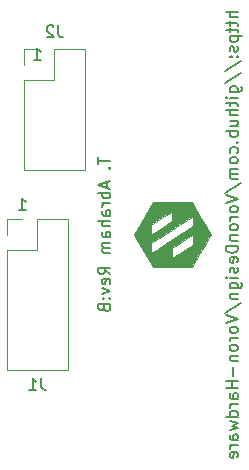
<source format=gbr>
G04 #@! TF.GenerationSoftware,KiCad,Pcbnew,(6.0.0)*
G04 #@! TF.CreationDate,2022-04-24T11:32:36-04:00*
G04 #@! TF.ProjectId,SKR-Mini_Screen,534b522d-4d69-46e6-995f-53637265656e,rev?*
G04 #@! TF.SameCoordinates,Original*
G04 #@! TF.FileFunction,Legend,Bot*
G04 #@! TF.FilePolarity,Positive*
%FSLAX46Y46*%
G04 Gerber Fmt 4.6, Leading zero omitted, Abs format (unit mm)*
G04 Created by KiCad (PCBNEW (6.0.0)) date 2022-04-24 11:32:36*
%MOMM*%
%LPD*%
G01*
G04 APERTURE LIST*
%ADD10C,0.150000*%
%ADD11C,0.200000*%
%ADD12C,0.120000*%
%ADD13C,0.010000*%
G04 APERTURE END LIST*
D10*
X126714285Y-91892380D02*
X127285714Y-91892380D01*
X127000000Y-91892380D02*
X127000000Y-90892380D01*
X127095238Y-91035238D01*
X127190476Y-91130476D01*
X127285714Y-91178095D01*
D11*
X143962380Y-87846666D02*
X142962380Y-87846666D01*
X143962380Y-88275238D02*
X143438571Y-88275238D01*
X143343333Y-88227619D01*
X143295714Y-88132380D01*
X143295714Y-87989523D01*
X143343333Y-87894285D01*
X143390952Y-87846666D01*
X143295714Y-88608571D02*
X143295714Y-88989523D01*
X142962380Y-88751428D02*
X143819523Y-88751428D01*
X143914761Y-88799047D01*
X143962380Y-88894285D01*
X143962380Y-88989523D01*
X143295714Y-89180000D02*
X143295714Y-89560952D01*
X142962380Y-89322857D02*
X143819523Y-89322857D01*
X143914761Y-89370476D01*
X143962380Y-89465714D01*
X143962380Y-89560952D01*
X143295714Y-89894285D02*
X144295714Y-89894285D01*
X143343333Y-89894285D02*
X143295714Y-89989523D01*
X143295714Y-90180000D01*
X143343333Y-90275238D01*
X143390952Y-90322857D01*
X143486190Y-90370476D01*
X143771904Y-90370476D01*
X143867142Y-90322857D01*
X143914761Y-90275238D01*
X143962380Y-90180000D01*
X143962380Y-89989523D01*
X143914761Y-89894285D01*
X143914761Y-90751428D02*
X143962380Y-90846666D01*
X143962380Y-91037142D01*
X143914761Y-91132380D01*
X143819523Y-91180000D01*
X143771904Y-91180000D01*
X143676666Y-91132380D01*
X143629047Y-91037142D01*
X143629047Y-90894285D01*
X143581428Y-90799047D01*
X143486190Y-90751428D01*
X143438571Y-90751428D01*
X143343333Y-90799047D01*
X143295714Y-90894285D01*
X143295714Y-91037142D01*
X143343333Y-91132380D01*
X143867142Y-91608571D02*
X143914761Y-91656190D01*
X143962380Y-91608571D01*
X143914761Y-91560952D01*
X143867142Y-91608571D01*
X143962380Y-91608571D01*
X143343333Y-91608571D02*
X143390952Y-91656190D01*
X143438571Y-91608571D01*
X143390952Y-91560952D01*
X143343333Y-91608571D01*
X143438571Y-91608571D01*
X142914761Y-92799047D02*
X144200476Y-91941904D01*
X142914761Y-93846666D02*
X144200476Y-92989523D01*
X143295714Y-94608571D02*
X144105238Y-94608571D01*
X144200476Y-94560952D01*
X144248095Y-94513333D01*
X144295714Y-94418095D01*
X144295714Y-94275238D01*
X144248095Y-94180000D01*
X143914761Y-94608571D02*
X143962380Y-94513333D01*
X143962380Y-94322857D01*
X143914761Y-94227619D01*
X143867142Y-94180000D01*
X143771904Y-94132380D01*
X143486190Y-94132380D01*
X143390952Y-94180000D01*
X143343333Y-94227619D01*
X143295714Y-94322857D01*
X143295714Y-94513333D01*
X143343333Y-94608571D01*
X143962380Y-95084761D02*
X143295714Y-95084761D01*
X142962380Y-95084761D02*
X143010000Y-95037142D01*
X143057619Y-95084761D01*
X143010000Y-95132380D01*
X142962380Y-95084761D01*
X143057619Y-95084761D01*
X143295714Y-95418095D02*
X143295714Y-95799047D01*
X142962380Y-95560952D02*
X143819523Y-95560952D01*
X143914761Y-95608571D01*
X143962380Y-95703809D01*
X143962380Y-95799047D01*
X143962380Y-96132380D02*
X142962380Y-96132380D01*
X143962380Y-96560952D02*
X143438571Y-96560952D01*
X143343333Y-96513333D01*
X143295714Y-96418095D01*
X143295714Y-96275238D01*
X143343333Y-96180000D01*
X143390952Y-96132380D01*
X143295714Y-97465714D02*
X143962380Y-97465714D01*
X143295714Y-97037142D02*
X143819523Y-97037142D01*
X143914761Y-97084761D01*
X143962380Y-97180000D01*
X143962380Y-97322857D01*
X143914761Y-97418095D01*
X143867142Y-97465714D01*
X143962380Y-97941904D02*
X142962380Y-97941904D01*
X143343333Y-97941904D02*
X143295714Y-98037142D01*
X143295714Y-98227619D01*
X143343333Y-98322857D01*
X143390952Y-98370476D01*
X143486190Y-98418095D01*
X143771904Y-98418095D01*
X143867142Y-98370476D01*
X143914761Y-98322857D01*
X143962380Y-98227619D01*
X143962380Y-98037142D01*
X143914761Y-97941904D01*
X143867142Y-98846666D02*
X143914761Y-98894285D01*
X143962380Y-98846666D01*
X143914761Y-98799047D01*
X143867142Y-98846666D01*
X143962380Y-98846666D01*
X143914761Y-99751428D02*
X143962380Y-99656190D01*
X143962380Y-99465714D01*
X143914761Y-99370476D01*
X143867142Y-99322857D01*
X143771904Y-99275238D01*
X143486190Y-99275238D01*
X143390952Y-99322857D01*
X143343333Y-99370476D01*
X143295714Y-99465714D01*
X143295714Y-99656190D01*
X143343333Y-99751428D01*
X143962380Y-100322857D02*
X143914761Y-100227619D01*
X143867142Y-100180000D01*
X143771904Y-100132380D01*
X143486190Y-100132380D01*
X143390952Y-100180000D01*
X143343333Y-100227619D01*
X143295714Y-100322857D01*
X143295714Y-100465714D01*
X143343333Y-100560952D01*
X143390952Y-100608571D01*
X143486190Y-100656190D01*
X143771904Y-100656190D01*
X143867142Y-100608571D01*
X143914761Y-100560952D01*
X143962380Y-100465714D01*
X143962380Y-100322857D01*
X143962380Y-101084761D02*
X143295714Y-101084761D01*
X143390952Y-101084761D02*
X143343333Y-101132380D01*
X143295714Y-101227619D01*
X143295714Y-101370476D01*
X143343333Y-101465714D01*
X143438571Y-101513333D01*
X143962380Y-101513333D01*
X143438571Y-101513333D02*
X143343333Y-101560952D01*
X143295714Y-101656190D01*
X143295714Y-101799047D01*
X143343333Y-101894285D01*
X143438571Y-101941904D01*
X143962380Y-101941904D01*
X142914761Y-103132380D02*
X144200476Y-102275238D01*
X142962380Y-103322857D02*
X143962380Y-103656190D01*
X142962380Y-103989523D01*
X143962380Y-104465714D02*
X143914761Y-104370476D01*
X143867142Y-104322857D01*
X143771904Y-104275238D01*
X143486190Y-104275238D01*
X143390952Y-104322857D01*
X143343333Y-104370476D01*
X143295714Y-104465714D01*
X143295714Y-104608571D01*
X143343333Y-104703809D01*
X143390952Y-104751428D01*
X143486190Y-104799047D01*
X143771904Y-104799047D01*
X143867142Y-104751428D01*
X143914761Y-104703809D01*
X143962380Y-104608571D01*
X143962380Y-104465714D01*
X143962380Y-105227619D02*
X143295714Y-105227619D01*
X143486190Y-105227619D02*
X143390952Y-105275238D01*
X143343333Y-105322857D01*
X143295714Y-105418095D01*
X143295714Y-105513333D01*
X143962380Y-105989523D02*
X143914761Y-105894285D01*
X143867142Y-105846666D01*
X143771904Y-105799047D01*
X143486190Y-105799047D01*
X143390952Y-105846666D01*
X143343333Y-105894285D01*
X143295714Y-105989523D01*
X143295714Y-106132380D01*
X143343333Y-106227619D01*
X143390952Y-106275238D01*
X143486190Y-106322857D01*
X143771904Y-106322857D01*
X143867142Y-106275238D01*
X143914761Y-106227619D01*
X143962380Y-106132380D01*
X143962380Y-105989523D01*
X143295714Y-106751428D02*
X143962380Y-106751428D01*
X143390952Y-106751428D02*
X143343333Y-106799047D01*
X143295714Y-106894285D01*
X143295714Y-107037142D01*
X143343333Y-107132380D01*
X143438571Y-107180000D01*
X143962380Y-107180000D01*
X143962380Y-107656190D02*
X142962380Y-107656190D01*
X142962380Y-107894285D01*
X143010000Y-108037142D01*
X143105238Y-108132380D01*
X143200476Y-108180000D01*
X143390952Y-108227619D01*
X143533809Y-108227619D01*
X143724285Y-108180000D01*
X143819523Y-108132380D01*
X143914761Y-108037142D01*
X143962380Y-107894285D01*
X143962380Y-107656190D01*
X143914761Y-109037142D02*
X143962380Y-108941904D01*
X143962380Y-108751428D01*
X143914761Y-108656190D01*
X143819523Y-108608571D01*
X143438571Y-108608571D01*
X143343333Y-108656190D01*
X143295714Y-108751428D01*
X143295714Y-108941904D01*
X143343333Y-109037142D01*
X143438571Y-109084761D01*
X143533809Y-109084761D01*
X143629047Y-108608571D01*
X143914761Y-109465714D02*
X143962380Y-109560952D01*
X143962380Y-109751428D01*
X143914761Y-109846666D01*
X143819523Y-109894285D01*
X143771904Y-109894285D01*
X143676666Y-109846666D01*
X143629047Y-109751428D01*
X143629047Y-109608571D01*
X143581428Y-109513333D01*
X143486190Y-109465714D01*
X143438571Y-109465714D01*
X143343333Y-109513333D01*
X143295714Y-109608571D01*
X143295714Y-109751428D01*
X143343333Y-109846666D01*
X143962380Y-110322857D02*
X143295714Y-110322857D01*
X142962380Y-110322857D02*
X143010000Y-110275238D01*
X143057619Y-110322857D01*
X143010000Y-110370476D01*
X142962380Y-110322857D01*
X143057619Y-110322857D01*
X143295714Y-111227619D02*
X144105238Y-111227619D01*
X144200476Y-111180000D01*
X144248095Y-111132380D01*
X144295714Y-111037142D01*
X144295714Y-110894285D01*
X144248095Y-110799047D01*
X143914761Y-111227619D02*
X143962380Y-111132380D01*
X143962380Y-110941904D01*
X143914761Y-110846666D01*
X143867142Y-110799047D01*
X143771904Y-110751428D01*
X143486190Y-110751428D01*
X143390952Y-110799047D01*
X143343333Y-110846666D01*
X143295714Y-110941904D01*
X143295714Y-111132380D01*
X143343333Y-111227619D01*
X143295714Y-111703809D02*
X143962380Y-111703809D01*
X143390952Y-111703809D02*
X143343333Y-111751428D01*
X143295714Y-111846666D01*
X143295714Y-111989523D01*
X143343333Y-112084761D01*
X143438571Y-112132380D01*
X143962380Y-112132380D01*
X142914761Y-113322857D02*
X144200476Y-112465714D01*
X142962380Y-113513333D02*
X143962380Y-113846666D01*
X142962380Y-114180000D01*
X143962380Y-114656190D02*
X143914761Y-114560952D01*
X143867142Y-114513333D01*
X143771904Y-114465714D01*
X143486190Y-114465714D01*
X143390952Y-114513333D01*
X143343333Y-114560952D01*
X143295714Y-114656190D01*
X143295714Y-114799047D01*
X143343333Y-114894285D01*
X143390952Y-114941904D01*
X143486190Y-114989523D01*
X143771904Y-114989523D01*
X143867142Y-114941904D01*
X143914761Y-114894285D01*
X143962380Y-114799047D01*
X143962380Y-114656190D01*
X143962380Y-115418095D02*
X143295714Y-115418095D01*
X143486190Y-115418095D02*
X143390952Y-115465714D01*
X143343333Y-115513333D01*
X143295714Y-115608571D01*
X143295714Y-115703809D01*
X143962380Y-116179999D02*
X143914761Y-116084761D01*
X143867142Y-116037142D01*
X143771904Y-115989523D01*
X143486190Y-115989523D01*
X143390952Y-116037142D01*
X143343333Y-116084761D01*
X143295714Y-116179999D01*
X143295714Y-116322857D01*
X143343333Y-116418095D01*
X143390952Y-116465714D01*
X143486190Y-116513333D01*
X143771904Y-116513333D01*
X143867142Y-116465714D01*
X143914761Y-116418095D01*
X143962380Y-116322857D01*
X143962380Y-116179999D01*
X143295714Y-116941904D02*
X143962380Y-116941904D01*
X143390952Y-116941904D02*
X143343333Y-116989523D01*
X143295714Y-117084761D01*
X143295714Y-117227619D01*
X143343333Y-117322857D01*
X143438571Y-117370476D01*
X143962380Y-117370476D01*
X143581428Y-117846666D02*
X143581428Y-118608571D01*
X143962380Y-119084761D02*
X142962380Y-119084761D01*
X143438571Y-119084761D02*
X143438571Y-119656190D01*
X143962380Y-119656190D02*
X142962380Y-119656190D01*
X143962380Y-120560952D02*
X143438571Y-120560952D01*
X143343333Y-120513333D01*
X143295714Y-120418095D01*
X143295714Y-120227619D01*
X143343333Y-120132380D01*
X143914761Y-120560952D02*
X143962380Y-120465714D01*
X143962380Y-120227619D01*
X143914761Y-120132380D01*
X143819523Y-120084761D01*
X143724285Y-120084761D01*
X143629047Y-120132380D01*
X143581428Y-120227619D01*
X143581428Y-120465714D01*
X143533809Y-120560952D01*
X143962380Y-121037142D02*
X143295714Y-121037142D01*
X143486190Y-121037142D02*
X143390952Y-121084761D01*
X143343333Y-121132380D01*
X143295714Y-121227619D01*
X143295714Y-121322857D01*
X143962380Y-122084761D02*
X142962380Y-122084761D01*
X143914761Y-122084761D02*
X143962380Y-121989523D01*
X143962380Y-121799047D01*
X143914761Y-121703809D01*
X143867142Y-121656190D01*
X143771904Y-121608571D01*
X143486190Y-121608571D01*
X143390952Y-121656190D01*
X143343333Y-121703809D01*
X143295714Y-121799047D01*
X143295714Y-121989523D01*
X143343333Y-122084761D01*
X143295714Y-122465714D02*
X143962380Y-122656190D01*
X143486190Y-122846666D01*
X143962380Y-123037142D01*
X143295714Y-123227619D01*
X143962380Y-124037142D02*
X143438571Y-124037142D01*
X143343333Y-123989523D01*
X143295714Y-123894285D01*
X143295714Y-123703809D01*
X143343333Y-123608571D01*
X143914761Y-124037142D02*
X143962380Y-123941904D01*
X143962380Y-123703809D01*
X143914761Y-123608571D01*
X143819523Y-123560952D01*
X143724285Y-123560952D01*
X143629047Y-123608571D01*
X143581428Y-123703809D01*
X143581428Y-123941904D01*
X143533809Y-124037142D01*
X143962380Y-124513333D02*
X143295714Y-124513333D01*
X143486190Y-124513333D02*
X143390952Y-124560952D01*
X143343333Y-124608571D01*
X143295714Y-124703809D01*
X143295714Y-124799047D01*
X143914761Y-125513333D02*
X143962380Y-125418095D01*
X143962380Y-125227619D01*
X143914761Y-125132380D01*
X143819523Y-125084761D01*
X143438571Y-125084761D01*
X143343333Y-125132380D01*
X143295714Y-125227619D01*
X143295714Y-125418095D01*
X143343333Y-125513333D01*
X143438571Y-125560952D01*
X143533809Y-125560952D01*
X143629047Y-125084761D01*
X132167380Y-100132380D02*
X132167380Y-100703809D01*
X133167380Y-100418095D02*
X132167380Y-100418095D01*
X133072142Y-101037142D02*
X133119761Y-101084761D01*
X133167380Y-101037142D01*
X133119761Y-100989523D01*
X133072142Y-101037142D01*
X133167380Y-101037142D01*
X132881666Y-102227619D02*
X132881666Y-102703809D01*
X133167380Y-102132380D02*
X132167380Y-102465714D01*
X133167380Y-102799047D01*
X133167380Y-103132380D02*
X132167380Y-103132380D01*
X132548333Y-103132380D02*
X132500714Y-103227619D01*
X132500714Y-103418095D01*
X132548333Y-103513333D01*
X132595952Y-103560952D01*
X132691190Y-103608571D01*
X132976904Y-103608571D01*
X133072142Y-103560952D01*
X133119761Y-103513333D01*
X133167380Y-103418095D01*
X133167380Y-103227619D01*
X133119761Y-103132380D01*
X133167380Y-104037142D02*
X132500714Y-104037142D01*
X132691190Y-104037142D02*
X132595952Y-104084761D01*
X132548333Y-104132380D01*
X132500714Y-104227619D01*
X132500714Y-104322857D01*
X133167380Y-105084761D02*
X132643571Y-105084761D01*
X132548333Y-105037142D01*
X132500714Y-104941904D01*
X132500714Y-104751428D01*
X132548333Y-104656190D01*
X133119761Y-105084761D02*
X133167380Y-104989523D01*
X133167380Y-104751428D01*
X133119761Y-104656190D01*
X133024523Y-104608571D01*
X132929285Y-104608571D01*
X132834047Y-104656190D01*
X132786428Y-104751428D01*
X132786428Y-104989523D01*
X132738809Y-105084761D01*
X133167380Y-105560952D02*
X132167380Y-105560952D01*
X133167380Y-105989523D02*
X132643571Y-105989523D01*
X132548333Y-105941904D01*
X132500714Y-105846666D01*
X132500714Y-105703809D01*
X132548333Y-105608571D01*
X132595952Y-105560952D01*
X133167380Y-106894285D02*
X132643571Y-106894285D01*
X132548333Y-106846666D01*
X132500714Y-106751428D01*
X132500714Y-106560952D01*
X132548333Y-106465714D01*
X133119761Y-106894285D02*
X133167380Y-106799047D01*
X133167380Y-106560952D01*
X133119761Y-106465714D01*
X133024523Y-106418095D01*
X132929285Y-106418095D01*
X132834047Y-106465714D01*
X132786428Y-106560952D01*
X132786428Y-106799047D01*
X132738809Y-106894285D01*
X133167380Y-107370476D02*
X132500714Y-107370476D01*
X132595952Y-107370476D02*
X132548333Y-107418095D01*
X132500714Y-107513333D01*
X132500714Y-107656190D01*
X132548333Y-107751428D01*
X132643571Y-107799047D01*
X133167380Y-107799047D01*
X132643571Y-107799047D02*
X132548333Y-107846666D01*
X132500714Y-107941904D01*
X132500714Y-108084761D01*
X132548333Y-108180000D01*
X132643571Y-108227619D01*
X133167380Y-108227619D01*
X133167380Y-110037142D02*
X132691190Y-109703809D01*
X133167380Y-109465714D02*
X132167380Y-109465714D01*
X132167380Y-109846666D01*
X132215000Y-109941904D01*
X132262619Y-109989523D01*
X132357857Y-110037142D01*
X132500714Y-110037142D01*
X132595952Y-109989523D01*
X132643571Y-109941904D01*
X132691190Y-109846666D01*
X132691190Y-109465714D01*
X133119761Y-110846666D02*
X133167380Y-110751428D01*
X133167380Y-110560952D01*
X133119761Y-110465714D01*
X133024523Y-110418095D01*
X132643571Y-110418095D01*
X132548333Y-110465714D01*
X132500714Y-110560952D01*
X132500714Y-110751428D01*
X132548333Y-110846666D01*
X132643571Y-110894285D01*
X132738809Y-110894285D01*
X132834047Y-110418095D01*
X132500714Y-111227619D02*
X133167380Y-111465714D01*
X132500714Y-111703809D01*
X133072142Y-112084761D02*
X133119761Y-112132380D01*
X133167380Y-112084761D01*
X133119761Y-112037142D01*
X133072142Y-112084761D01*
X133167380Y-112084761D01*
X132548333Y-112084761D02*
X132595952Y-112132380D01*
X132643571Y-112084761D01*
X132595952Y-112037142D01*
X132548333Y-112084761D01*
X132643571Y-112084761D01*
X132643571Y-112894285D02*
X132691190Y-113037142D01*
X132738809Y-113084761D01*
X132834047Y-113132380D01*
X132976904Y-113132380D01*
X133072142Y-113084761D01*
X133119761Y-113037142D01*
X133167380Y-112941904D01*
X133167380Y-112560952D01*
X132167380Y-112560952D01*
X132167380Y-112894285D01*
X132215000Y-112989523D01*
X132262619Y-113037142D01*
X132357857Y-113084761D01*
X132453095Y-113084761D01*
X132548333Y-113037142D01*
X132595952Y-112989523D01*
X132643571Y-112894285D01*
X132643571Y-112560952D01*
D10*
X125444285Y-104592380D02*
X126015714Y-104592380D01*
X125730000Y-104592380D02*
X125730000Y-103592380D01*
X125825238Y-103735238D01*
X125920476Y-103830476D01*
X126015714Y-103878095D01*
X127333333Y-118832380D02*
X127333333Y-119546666D01*
X127380952Y-119689523D01*
X127476190Y-119784761D01*
X127619047Y-119832380D01*
X127714285Y-119832380D01*
X126333333Y-119832380D02*
X126904761Y-119832380D01*
X126619047Y-119832380D02*
X126619047Y-118832380D01*
X126714285Y-118975238D01*
X126809523Y-119070476D01*
X126904761Y-119118095D01*
X128781333Y-88974380D02*
X128781333Y-89688666D01*
X128828952Y-89831523D01*
X128924190Y-89926761D01*
X129067047Y-89974380D01*
X129162285Y-89974380D01*
X128352761Y-89069619D02*
X128305142Y-89022000D01*
X128209904Y-88974380D01*
X127971809Y-88974380D01*
X127876571Y-89022000D01*
X127828952Y-89069619D01*
X127781333Y-89164857D01*
X127781333Y-89260095D01*
X127828952Y-89402952D01*
X128400380Y-89974380D01*
X127781333Y-89974380D01*
D12*
X129600000Y-118170000D02*
X124400000Y-118170000D01*
X125730000Y-105350000D02*
X124400000Y-105350000D01*
X127000000Y-107950000D02*
X124400000Y-107950000D01*
X124400000Y-105350000D02*
X124400000Y-106680000D01*
X127000000Y-105350000D02*
X127000000Y-107950000D01*
X124400000Y-107950000D02*
X124400000Y-118170000D01*
X129600000Y-105350000D02*
X129600000Y-118170000D01*
X129600000Y-105350000D02*
X127000000Y-105350000D01*
X128448000Y-93562000D02*
X125848000Y-93562000D01*
X128448000Y-90962000D02*
X128448000Y-93562000D01*
X127178000Y-90962000D02*
X125848000Y-90962000D01*
X125848000Y-90962000D02*
X125848000Y-92292000D01*
X131048000Y-90962000D02*
X131048000Y-101242000D01*
X131048000Y-101242000D02*
X125848000Y-101242000D01*
X131048000Y-90962000D02*
X128448000Y-90962000D01*
X125848000Y-93562000D02*
X125848000Y-101242000D01*
D13*
X136780150Y-109448600D02*
X140079849Y-109448600D01*
X140079849Y-109448600D02*
X140880524Y-108059308D01*
X140880524Y-108059308D02*
X141076185Y-107719339D01*
X141076185Y-107719339D02*
X141254267Y-107409012D01*
X141254267Y-107409012D02*
X141408754Y-107138882D01*
X141408754Y-107138882D02*
X141533630Y-106919505D01*
X141533630Y-106919505D02*
X141622877Y-106761439D01*
X141622877Y-106761439D02*
X141670478Y-106675239D01*
X141670478Y-106675239D02*
X141676770Y-106662308D01*
X141676770Y-106662308D02*
X141651166Y-106618181D01*
X141651166Y-106618181D02*
X141580713Y-106496791D01*
X141580713Y-106496791D02*
X141471566Y-106308745D01*
X141471566Y-106308745D02*
X141329881Y-106064649D01*
X141329881Y-106064649D02*
X141161815Y-105775109D01*
X141161815Y-105775109D02*
X140973525Y-105450731D01*
X140973525Y-105450731D02*
X140876162Y-105283000D01*
X140876162Y-105283000D02*
X140164876Y-104057648D01*
X140164876Y-104057648D02*
X140164876Y-105113666D01*
X140164876Y-105113666D02*
X140184402Y-105152441D01*
X140184402Y-105152441D02*
X140199187Y-105270479D01*
X140199187Y-105270479D02*
X140206891Y-105445467D01*
X140206891Y-105445467D02*
X140207479Y-105520066D01*
X140207479Y-105520066D02*
X140206959Y-105943400D01*
X140206959Y-105943400D02*
X140185076Y-105957821D01*
X140185076Y-105957821D02*
X140185076Y-106680000D01*
X140185076Y-106680000D02*
X140195563Y-106726850D01*
X140195563Y-106726850D02*
X140203500Y-106851616D01*
X140203500Y-106851616D02*
X140207596Y-107030623D01*
X140207596Y-107030623D02*
X140207886Y-107099100D01*
X140207886Y-107099100D02*
X140207772Y-107518200D01*
X140207772Y-107518200D02*
X139464043Y-108000800D01*
X139464043Y-108000800D02*
X139209678Y-108165838D01*
X139209678Y-108165838D02*
X138975166Y-108317963D01*
X138975166Y-108317963D02*
X138777951Y-108445863D01*
X138777951Y-108445863D02*
X138635476Y-108538223D01*
X138635476Y-108538223D02*
X138575156Y-108577288D01*
X138575156Y-108577288D02*
X138430000Y-108671177D01*
X138430000Y-108671177D02*
X138430000Y-107809093D01*
X138430000Y-107809093D02*
X139296076Y-107244546D01*
X139296076Y-107244546D02*
X139558735Y-107074034D01*
X139558735Y-107074034D02*
X139791619Y-106924186D01*
X139791619Y-106924186D02*
X139981683Y-106803286D01*
X139981683Y-106803286D02*
X140115882Y-106719618D01*
X140115882Y-106719618D02*
X140181172Y-106681465D01*
X140181172Y-106681465D02*
X140185076Y-106680000D01*
X140185076Y-106680000D02*
X140185076Y-105957821D01*
X140185076Y-105957821D02*
X138472603Y-107086400D01*
X138472603Y-107086400D02*
X138096432Y-107334036D01*
X138096432Y-107334036D02*
X137746255Y-107564037D01*
X137746255Y-107564037D02*
X137431238Y-107770420D01*
X137431238Y-107770420D02*
X137160551Y-107947202D01*
X137160551Y-107947202D02*
X136943361Y-108088399D01*
X136943361Y-108088399D02*
X136788837Y-108188029D01*
X136788837Y-108188029D02*
X136706148Y-108240108D01*
X136706148Y-108240108D02*
X136695123Y-108246333D01*
X136695123Y-108246333D02*
X136675597Y-108207558D01*
X136675597Y-108207558D02*
X136660812Y-108089520D01*
X136660812Y-108089520D02*
X136653108Y-107914532D01*
X136653108Y-107914532D02*
X136652520Y-107839933D01*
X136652520Y-107839933D02*
X136653040Y-107416600D01*
X136653040Y-107416600D02*
X138387396Y-106273600D01*
X138387396Y-106273600D02*
X138763567Y-106025963D01*
X138763567Y-106025963D02*
X139113744Y-105795962D01*
X139113744Y-105795962D02*
X139428761Y-105589579D01*
X139428761Y-105589579D02*
X139699448Y-105412797D01*
X139699448Y-105412797D02*
X139916638Y-105271600D01*
X139916638Y-105271600D02*
X140071162Y-105171970D01*
X140071162Y-105171970D02*
X140153851Y-105119891D01*
X140153851Y-105119891D02*
X140164876Y-105113666D01*
X140164876Y-105113666D02*
X140164876Y-104057648D01*
X140164876Y-104057648D02*
X140079983Y-103911400D01*
X140079983Y-103911400D02*
X138430000Y-103911400D01*
X138430000Y-103911400D02*
X138430000Y-104688822D01*
X138430000Y-104688822D02*
X138430000Y-105550906D01*
X138430000Y-105550906D02*
X137563923Y-106115453D01*
X137563923Y-106115453D02*
X137301264Y-106285965D01*
X137301264Y-106285965D02*
X137068380Y-106435813D01*
X137068380Y-106435813D02*
X136878316Y-106556713D01*
X136878316Y-106556713D02*
X136744117Y-106640381D01*
X136744117Y-106640381D02*
X136678827Y-106678534D01*
X136678827Y-106678534D02*
X136674923Y-106680000D01*
X136674923Y-106680000D02*
X136664436Y-106633149D01*
X136664436Y-106633149D02*
X136656499Y-106508383D01*
X136656499Y-106508383D02*
X136652403Y-106329376D01*
X136652403Y-106329376D02*
X136652113Y-106260900D01*
X136652113Y-106260900D02*
X136652227Y-105841800D01*
X136652227Y-105841800D02*
X137395956Y-105359200D01*
X137395956Y-105359200D02*
X137650321Y-105194161D01*
X137650321Y-105194161D02*
X137884833Y-105042036D01*
X137884833Y-105042036D02*
X138082048Y-104914136D01*
X138082048Y-104914136D02*
X138224523Y-104821776D01*
X138224523Y-104821776D02*
X138284843Y-104782711D01*
X138284843Y-104782711D02*
X138430000Y-104688822D01*
X138430000Y-104688822D02*
X138430000Y-103911400D01*
X138430000Y-103911400D02*
X136780150Y-103911400D01*
X136780150Y-103911400D02*
X135184552Y-106680000D01*
X135184552Y-106680000D02*
X136780150Y-109448600D01*
X136780150Y-109448600D02*
X136780150Y-109448600D01*
G36*
X140973525Y-105450731D02*
G01*
X141161815Y-105775109D01*
X141329881Y-106064649D01*
X141471566Y-106308745D01*
X141580713Y-106496791D01*
X141651166Y-106618181D01*
X141676770Y-106662308D01*
X141670478Y-106675239D01*
X141622877Y-106761439D01*
X141533630Y-106919505D01*
X141408754Y-107138882D01*
X141254267Y-107409012D01*
X141076185Y-107719339D01*
X140880524Y-108059308D01*
X140079849Y-109448600D01*
X136780150Y-109448600D01*
X136332106Y-108671177D01*
X138430000Y-108671177D01*
X138575156Y-108577288D01*
X138635476Y-108538223D01*
X138777951Y-108445863D01*
X138975166Y-108317963D01*
X139209678Y-108165838D01*
X139464043Y-108000800D01*
X140207772Y-107518200D01*
X140207886Y-107099100D01*
X140207596Y-107030623D01*
X140203500Y-106851616D01*
X140195563Y-106726850D01*
X140185076Y-106680000D01*
X140181172Y-106681465D01*
X140115882Y-106719618D01*
X139981683Y-106803286D01*
X139791619Y-106924186D01*
X139558735Y-107074034D01*
X139296076Y-107244546D01*
X138430000Y-107809093D01*
X138430000Y-108671177D01*
X136332106Y-108671177D01*
X135853044Y-107839933D01*
X136652520Y-107839933D01*
X136653108Y-107914532D01*
X136660812Y-108089520D01*
X136675597Y-108207558D01*
X136695123Y-108246333D01*
X136706148Y-108240108D01*
X136788837Y-108188029D01*
X136943361Y-108088399D01*
X137160551Y-107947202D01*
X137431238Y-107770420D01*
X137746255Y-107564037D01*
X138096432Y-107334036D01*
X138472603Y-107086400D01*
X140185076Y-105957821D01*
X140206959Y-105943400D01*
X140207479Y-105520066D01*
X140206891Y-105445467D01*
X140199187Y-105270479D01*
X140184402Y-105152441D01*
X140164876Y-105113666D01*
X140153851Y-105119891D01*
X140071162Y-105171970D01*
X139916638Y-105271600D01*
X139699448Y-105412797D01*
X139428761Y-105589579D01*
X139113744Y-105795962D01*
X138763567Y-106025963D01*
X138387396Y-106273600D01*
X136653040Y-107416600D01*
X136652520Y-107839933D01*
X135853044Y-107839933D01*
X135184552Y-106680000D01*
X135426087Y-106260900D01*
X136652113Y-106260900D01*
X136652403Y-106329376D01*
X136656499Y-106508383D01*
X136664436Y-106633149D01*
X136674923Y-106680000D01*
X136678827Y-106678534D01*
X136744117Y-106640381D01*
X136878316Y-106556713D01*
X137068380Y-106435813D01*
X137301264Y-106285965D01*
X137563923Y-106115453D01*
X138430000Y-105550906D01*
X138430000Y-104688822D01*
X138284843Y-104782711D01*
X138224523Y-104821776D01*
X138082048Y-104914136D01*
X137884833Y-105042036D01*
X137650321Y-105194161D01*
X137395956Y-105359200D01*
X136652227Y-105841800D01*
X136652113Y-106260900D01*
X135426087Y-106260900D01*
X136780150Y-103911400D01*
X140079983Y-103911400D01*
X140164876Y-104057648D01*
X140876162Y-105283000D01*
X140973525Y-105450731D01*
G37*
X140973525Y-105450731D02*
X141161815Y-105775109D01*
X141329881Y-106064649D01*
X141471566Y-106308745D01*
X141580713Y-106496791D01*
X141651166Y-106618181D01*
X141676770Y-106662308D01*
X141670478Y-106675239D01*
X141622877Y-106761439D01*
X141533630Y-106919505D01*
X141408754Y-107138882D01*
X141254267Y-107409012D01*
X141076185Y-107719339D01*
X140880524Y-108059308D01*
X140079849Y-109448600D01*
X136780150Y-109448600D01*
X136332106Y-108671177D01*
X138430000Y-108671177D01*
X138575156Y-108577288D01*
X138635476Y-108538223D01*
X138777951Y-108445863D01*
X138975166Y-108317963D01*
X139209678Y-108165838D01*
X139464043Y-108000800D01*
X140207772Y-107518200D01*
X140207886Y-107099100D01*
X140207596Y-107030623D01*
X140203500Y-106851616D01*
X140195563Y-106726850D01*
X140185076Y-106680000D01*
X140181172Y-106681465D01*
X140115882Y-106719618D01*
X139981683Y-106803286D01*
X139791619Y-106924186D01*
X139558735Y-107074034D01*
X139296076Y-107244546D01*
X138430000Y-107809093D01*
X138430000Y-108671177D01*
X136332106Y-108671177D01*
X135853044Y-107839933D01*
X136652520Y-107839933D01*
X136653108Y-107914532D01*
X136660812Y-108089520D01*
X136675597Y-108207558D01*
X136695123Y-108246333D01*
X136706148Y-108240108D01*
X136788837Y-108188029D01*
X136943361Y-108088399D01*
X137160551Y-107947202D01*
X137431238Y-107770420D01*
X137746255Y-107564037D01*
X138096432Y-107334036D01*
X138472603Y-107086400D01*
X140185076Y-105957821D01*
X140206959Y-105943400D01*
X140207479Y-105520066D01*
X140206891Y-105445467D01*
X140199187Y-105270479D01*
X140184402Y-105152441D01*
X140164876Y-105113666D01*
X140153851Y-105119891D01*
X140071162Y-105171970D01*
X139916638Y-105271600D01*
X139699448Y-105412797D01*
X139428761Y-105589579D01*
X139113744Y-105795962D01*
X138763567Y-106025963D01*
X138387396Y-106273600D01*
X136653040Y-107416600D01*
X136652520Y-107839933D01*
X135853044Y-107839933D01*
X135184552Y-106680000D01*
X135426087Y-106260900D01*
X136652113Y-106260900D01*
X136652403Y-106329376D01*
X136656499Y-106508383D01*
X136664436Y-106633149D01*
X136674923Y-106680000D01*
X136678827Y-106678534D01*
X136744117Y-106640381D01*
X136878316Y-106556713D01*
X137068380Y-106435813D01*
X137301264Y-106285965D01*
X137563923Y-106115453D01*
X138430000Y-105550906D01*
X138430000Y-104688822D01*
X138284843Y-104782711D01*
X138224523Y-104821776D01*
X138082048Y-104914136D01*
X137884833Y-105042036D01*
X137650321Y-105194161D01*
X137395956Y-105359200D01*
X136652227Y-105841800D01*
X136652113Y-106260900D01*
X135426087Y-106260900D01*
X136780150Y-103911400D01*
X140079983Y-103911400D01*
X140164876Y-104057648D01*
X140876162Y-105283000D01*
X140973525Y-105450731D01*
M02*

</source>
